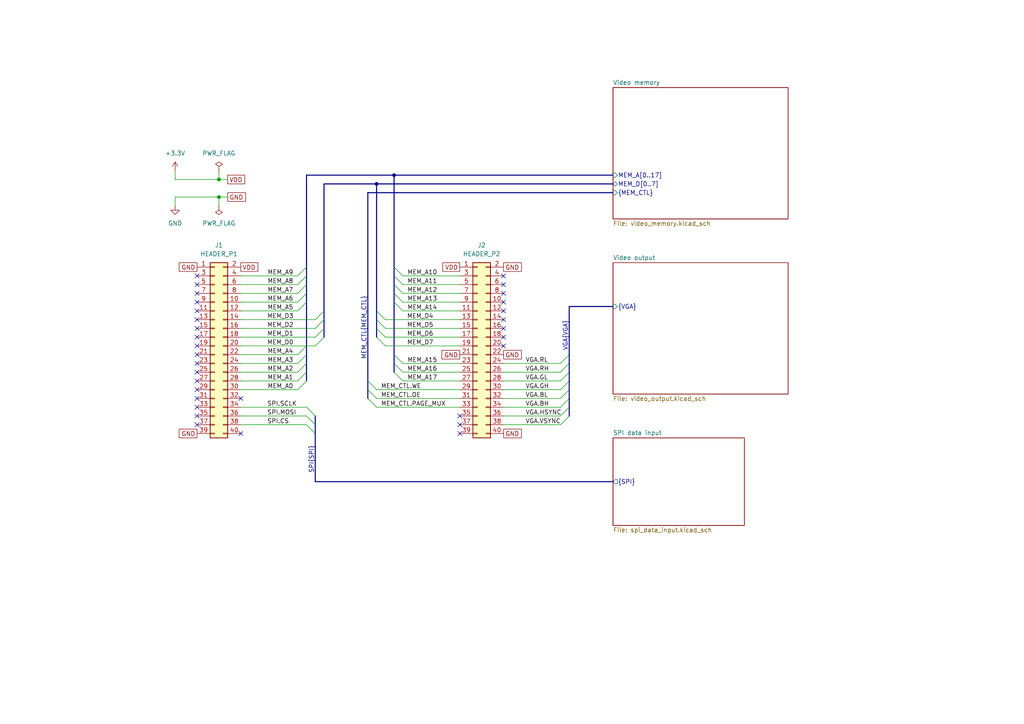
<source format=kicad_sch>
(kicad_sch (version 20231120) (generator "eeschema") (generator_version "8.0")
  (paper "A4")
  (title_block (title "VGA driver w/ SPI") (date "2024-03-23") (rev "1"))
  (lib_symbols
    (symbol "Connector_Generic:Conn_02x20_Odd_Even" (pin_names (offset 1.016) hide)
      (property "Reference" "J" (at 1.27 25.4 0))
      (property "Value" "Conn_02x20_Odd_Even" (at 1.27 -27.94 0))
      (symbol "Conn_02x20_Odd_Even_1_1"
        (rectangle (start -1.27 -25.273) (end 0 -25.527) (stroke (width 0.1524)))
        (rectangle (start -1.27 -22.733) (end 0 -22.987) (stroke (width 0.1524)))
        (rectangle (start -1.27 -20.193) (end 0 -20.447) (stroke (width 0.1524)))
        (rectangle (start -1.27 -17.653) (end 0 -17.907) (stroke (width 0.1524)))
        (rectangle (start -1.27 -15.113) (end 0 -15.367) (stroke (width 0.1524)))
        (rectangle (start -1.27 -12.573) (end 0 -12.827) (stroke (width 0.1524)))
        (rectangle (start -1.27 -10.033) (end 0 -10.287) (stroke (width 0.1524)))
        (rectangle (start -1.27 -7.493) (end 0 -7.747) (stroke (width 0.1524)))
        (rectangle (start -1.27 -4.953) (end 0 -5.207) (stroke (width 0.1524)))
        (rectangle (start -1.27 -2.413) (end 0 -2.667) (stroke (width 0.1524)))
        (rectangle (start -1.27 0.127) (end 0 -0.127) (stroke (width 0.1524)))
        (rectangle (start -1.27 2.667) (end 0 2.413) (stroke (width 0.1524)))
        (rectangle (start -1.27 5.207) (end 0 4.953) (stroke (width 0.1524)))
        (rectangle (start -1.27 7.747) (end 0 7.493) (stroke (width 0.1524)))
        (rectangle (start -1.27 10.287) (end 0 10.033) (stroke (width 0.1524)))
        (rectangle (start -1.27 12.827) (end 0 12.573) (stroke (width 0.1524)))
        (rectangle (start -1.27 15.367) (end 0 15.113) (stroke (width 0.1524)))
        (rectangle (start -1.27 17.907) (end 0 17.653) (stroke (width 0.1524)))
        (rectangle (start -1.27 20.447) (end 0 20.193) (stroke (width 0.1524)))
        (rectangle (start -1.27 22.987) (end 0 22.733) (stroke (width 0.1524)))
        (rectangle (start -1.27 24.13) (end 3.81 -26.67) (stroke (width 0.254)) (fill (type background)))
        (rectangle (start 3.81 -25.273) (end 2.54 -25.527) (stroke (width 0.1524)))
        (rectangle (start 3.81 -22.733) (end 2.54 -22.987) (stroke (width 0.1524)))
        (rectangle (start 3.81 -20.193) (end 2.54 -20.447) (stroke (width 0.1524)))
        (rectangle (start 3.81 -17.653) (end 2.54 -17.907) (stroke (width 0.1524)))
        (rectangle (start 3.81 -15.113) (end 2.54 -15.367) (stroke (width 0.1524)))
        (rectangle (start 3.81 -12.573) (end 2.54 -12.827) (stroke (width 0.1524)))
        (rectangle (start 3.81 -10.033) (end 2.54 -10.287) (stroke (width 0.1524)))
        (rectangle (start 3.81 -7.493) (end 2.54 -7.747) (stroke (width 0.1524)))
        (rectangle (start 3.81 -4.953) (end 2.54 -5.207) (stroke (width 0.1524)))
        (rectangle (start 3.81 -2.413) (end 2.54 -2.667) (stroke (width 0.1524)))
        (rectangle (start 3.81 0.127) (end 2.54 -0.127) (stroke (width 0.1524)))
        (rectangle (start 3.81 2.667) (end 2.54 2.413) (stroke (width 0.1524)))
        (rectangle (start 3.81 5.207) (end 2.54 4.953) (stroke (width 0.1524)))
        (rectangle (start 3.81 7.747) (end 2.54 7.493) (stroke (width 0.1524)))
        (rectangle (start 3.81 10.287) (end 2.54 10.033) (stroke (width 0.1524)))
        (rectangle (start 3.81 12.827) (end 2.54 12.573) (stroke (width 0.1524)))
        (rectangle (start 3.81 15.367) (end 2.54 15.113) (stroke (width 0.1524)))
        (rectangle (start 3.81 17.907) (end 2.54 17.653) (stroke (width 0.1524)))
        (rectangle (start 3.81 20.447) (end 2.54 20.193) (stroke (width 0.1524)))
        (rectangle (start 3.81 22.987) (end 2.54 22.733) (stroke (width 0.1524)))
        (pin passive line (at -5.08 22.86 0) (length 3.81) (name "Pin_1") (number "1"))
        (pin passive line (at 7.62 12.7 180) (length 3.81) (name "Pin_10") (number "10"))
        (pin passive line (at -5.08 10.16 0) (length 3.81) (name "Pin_11") (number "11"))
        (pin passive line (at 7.62 10.16 180) (length 3.81) (name "Pin_12") (number "12"))
        (pin passive line (at -5.08 7.62 0) (length 3.81) (name "Pin_13") (number "13"))
        (pin passive line (at 7.62 7.62 180) (length 3.81) (name "Pin_14") (number "14"))
        (pin passive line (at -5.08 5.08 0) (length 3.81) (name "Pin_15") (number "15"))
        (pin passive line (at 7.62 5.08 180) (length 3.81) (name "Pin_16") (number "16"))
        (pin passive line (at -5.08 2.54 0) (length 3.81) (name "Pin_17") (number "17"))
        (pin passive line (at 7.62 2.54 180) (length 3.81) (name "Pin_18") (number "18"))
        (pin passive line (at -5.08 0 0) (length 3.81) (name "Pin_19") (number "19"))
        (pin passive line (at 7.62 22.86 180) (length 3.81) (name "Pin_2") (number "2"))
        (pin passive line (at 7.62 0 180) (length 3.81) (name "Pin_20") (number "20"))
        (pin passive line (at -5.08 -2.54 0) (length 3.81) (name "Pin_21") (number "21"))
        (pin passive line (at 7.62 -2.54 180) (length 3.81) (name "Pin_22") (number "22"))
        (pin passive line (at -5.08 -5.08 0) (length 3.81) (name "Pin_23") (number "23"))
        (pin passive line (at 7.62 -5.08 180) (length 3.81) (name "Pin_24") (number "24"))
        (pin passive line (at -5.08 -7.62 0) (length 3.81) (name "Pin_25") (number "25"))
        (pin passive line (at 7.62 -7.62 180) (length 3.81) (name "Pin_26") (number "26"))
        (pin passive line (at -5.08 -10.16 0) (length 3.81) (name "Pin_27") (number "27"))
        (pin passive line (at 7.62 -10.16 180) (length 3.81) (name "Pin_28") (number "28"))
        (pin passive line (at -5.08 -12.7 0) (length 3.81) (name "Pin_29") (number "29"))
        (pin passive line (at -5.08 20.32 0) (length 3.81) (name "Pin_3") (number "3"))
        (pin passive line (at 7.62 -12.7 180) (length 3.81) (name "Pin_30") (number "30"))
        (pin passive line (at -5.08 -15.24 0) (length 3.81) (name "Pin_31") (number "31"))
        (pin passive line (at 7.62 -15.24 180) (length 3.81) (name "Pin_32") (number "32"))
        (pin passive line (at -5.08 -17.78 0) (length 3.81) (name "Pin_33") (number "33"))
        (pin passive line (at 7.62 -17.78 180) (length 3.81) (name "Pin_34") (number "34"))
        (pin passive line (at -5.08 -20.32 0) (length 3.81) (name "Pin_35") (number "35"))
        (pin passive line (at 7.62 -20.32 180) (length 3.81) (name "Pin_36") (number "36"))
        (pin passive line (at -5.08 -22.86 0) (length 3.81) (name "Pin_37") (number "37"))
        (pin passive line (at 7.62 -22.86 180) (length 3.81) (name "Pin_38") (number "38"))
        (pin passive line (at -5.08 -25.4 0) (length 3.81) (name "Pin_39") (number "39"))
        (pin passive line (at 7.62 20.32 180) (length 3.81) (name "Pin_4") (number "4"))
        (pin passive line (at 7.62 -25.4 180) (length 3.81) (name "Pin_40") (number "40"))
        (pin passive line (at -5.08 17.78 0) (length 3.81) (name "Pin_5") (number "5"))
        (pin passive line (at 7.62 17.78 180) (length 3.81) (name "Pin_6") (number "6"))
        (pin passive line (at -5.08 15.24 0) (length 3.81) (name "Pin_7") (number "7"))
        (pin passive line (at 7.62 15.24 180) (length 3.81) (name "Pin_8") (number "8"))
        (pin passive line (at -5.08 12.7 0) (length 3.81) (name "Pin_9") (number "9"))
      )
    )
    (symbol "power:+3.3V" (power) (pin_names (offset 0))
      (property "Value" "+3.3V" (at 0 3.556 0))
      (symbol "+3.3V_0_1"
        (polyline (pts (xy -0.762 1.27) (xy 0 2.54)))
        (polyline (pts (xy 0 0) (xy 0 2.54)))
        (polyline (pts (xy 0 2.54) (xy 0.762 1.27)))
      )
      (symbol "+3.3V_1_1"
        (pin power_in line (at 0 0 90) (length 0) hide (name "+3.3V") (number "1"))
      )
    )
    (symbol "power:GND" (power) (pin_names (offset 0))
      (property "Value" "GND" (at 0 -3.81 0))
      (symbol "GND_0_1"
        (polyline (pts (xy 0 0) (xy 0 -1.27) (xy 1.27 -1.27) (xy 0 -2.54) (xy -1.27 -1.27) (xy 0 -1.27)))
      )
      (symbol "GND_1_1"
        (pin power_in line (at 0 0 270) (length 0) hide (name "GND") (number "1"))
      )
    )
    (symbol "power:PWR_FLAG" (power) (pin_numbers hide) (pin_names (offset 0) hide)
      (property "Value" "PWR_FLAG" (at 0 3.81 0))
      (symbol "PWR_FLAG_0_0"
        (pin power_out line (at 0 0 90) (length 0) (name "pwr") (number "1"))
      )
      (symbol "PWR_FLAG_0_1"
        (polyline (pts (xy 0 0) (xy 0 1.27) (xy -1.016 1.905) (xy 0 2.54) (xy 1.016 1.905) (xy 0 1.27)))
      )
    )
  )
  (bus_alias "MEM_CTL" (members "PAGE_MUX" "OE" "WE"))
  (bus_alias "SPI" (members "SCLK" "MOSI" "CS"))
  (junction (at 109.22 53.34))
  (junction (at 114.3 50.8))
  (junction (at 63.5 52.07))
  (junction (at 63.5 57.15))
  (no_connect (at 57.15 100.33))
  (no_connect (at 57.15 97.79))
  (no_connect (at 57.15 87.63))
  (no_connect (at 146.05 97.79))
  (no_connect (at 57.15 110.49))
  (no_connect (at 146.05 85.09))
  (no_connect (at 57.15 118.11))
  (no_connect (at 57.15 90.17))
  (no_connect (at 146.05 100.33))
  (no_connect (at 146.05 90.17))
  (no_connect (at 57.15 95.25))
  (no_connect (at 69.85 125.73))
  (no_connect (at 133.35 120.65))
  (no_connect (at 57.15 120.65))
  (no_connect (at 57.15 115.57))
  (no_connect (at 146.05 82.55))
  (no_connect (at 57.15 102.87))
  (no_connect (at 57.15 107.95))
  (no_connect (at 146.05 87.63))
  (no_connect (at 57.15 92.71))
  (no_connect (at 57.15 123.19))
  (no_connect (at 57.15 80.01))
  (no_connect (at 57.15 85.09))
  (no_connect (at 146.05 92.71))
  (no_connect (at 57.15 105.41))
  (no_connect (at 146.05 80.01))
  (no_connect (at 57.15 113.03))
  (no_connect (at 69.85 115.57))
  (no_connect (at 133.35 123.19))
  (no_connect (at 133.35 125.73))
  (no_connect (at 57.15 82.55))
  (no_connect (at 146.05 95.25))
  (bus_entry (at 91.44 123.19) (size -2.54 -2.54))
  (bus_entry (at 114.3 105.41) (size 2.54 2.54))
  (bus_entry (at 91.44 125.73) (size -2.54 -2.54))
  (bus_entry (at 106.68 113.03) (size 2.54 2.54))
  (bus_entry (at 162.56 107.95) (size 2.54 -2.54))
  (bus_entry (at 88.9 80.01) (size -2.54 2.54))
  (bus_entry (at 111.76 100.33) (size -2.54 -2.54))
  (bus_entry (at 162.56 105.41) (size 2.54 -2.54))
  (bus_entry (at 111.76 92.71) (size -2.54 -2.54))
  (bus_entry (at 88.9 85.09) (size -2.54 2.54))
  (bus_entry (at 91.44 92.71) (size 2.54 -2.54))
  (bus_entry (at 114.3 107.95) (size 2.54 2.54))
  (bus_entry (at 162.56 118.11) (size 2.54 -2.54))
  (bus_entry (at 162.56 123.19) (size 2.54 -2.54))
  (bus_entry (at 114.3 80.01) (size 2.54 2.54))
  (bus_entry (at 114.3 85.09) (size 2.54 2.54))
  (bus_entry (at 162.56 115.57) (size 2.54 -2.54))
  (bus_entry (at 106.68 115.57) (size 2.54 2.54))
  (bus_entry (at 91.44 97.79) (size 2.54 -2.54))
  (bus_entry (at 114.3 87.63) (size 2.54 2.54))
  (bus_entry (at 114.3 82.55) (size 2.54 2.54))
  (bus_entry (at 88.9 77.47) (size -2.54 2.54))
  (bus_entry (at 91.44 95.25) (size 2.54 -2.54))
  (bus_entry (at 162.56 110.49) (size 2.54 -2.54))
  (bus_entry (at 162.56 120.65) (size 2.54 -2.54))
  (bus_entry (at 111.76 95.25) (size -2.54 -2.54))
  (bus_entry (at 88.9 107.95) (size -2.54 2.54))
  (bus_entry (at 91.44 120.65) (size -2.54 -2.54))
  (bus_entry (at 111.76 97.79) (size -2.54 -2.54))
  (bus_entry (at 88.9 87.63) (size -2.54 2.54))
  (bus_entry (at 91.44 100.33) (size 2.54 -2.54))
  (bus_entry (at 88.9 82.55) (size -2.54 2.54))
  (bus_entry (at 88.9 105.41) (size -2.54 2.54))
  (bus_entry (at 114.3 77.47) (size 2.54 2.54))
  (bus_entry (at 114.3 102.87) (size 2.54 2.54))
  (bus_entry (at 162.56 113.03) (size 2.54 -2.54))
  (bus_entry (at 88.9 110.49) (size -2.54 2.54))
  (bus_entry (at 88.9 102.87) (size -2.54 2.54))
  (bus_entry (at 88.9 100.33) (size -2.54 2.54))
  (bus_entry (at 106.68 110.49) (size 2.54 2.54))
  (wire (pts (xy 69.85 123.19) (xy 88.9 123.19)))
  (bus (pts (xy 165.1 115.57) (xy 165.1 118.11)))
  (bus (pts (xy 109.22 53.34) (xy 177.8 53.34)))
  (wire (pts (xy 116.84 90.17) (xy 133.35 90.17)))
  (bus (pts (xy 114.3 102.87) (xy 114.3 105.41)))
  (bus (pts (xy 165.1 107.95) (xy 165.1 110.49)))
  (bus (pts (xy 114.3 85.09) (xy 114.3 87.63)))
  (bus (pts (xy 106.68 113.03) (xy 106.68 110.49)))
  (bus (pts (xy 106.68 115.57) (xy 106.68 113.03)))
  (wire (pts (xy 86.36 107.95) (xy 69.85 107.95)))
  (bus (pts (xy 109.22 90.17) (xy 109.22 92.71)))
  (bus (pts (xy 88.9 85.09) (xy 88.9 87.63)))
  (wire (pts (xy 86.36 110.49) (xy 69.85 110.49)))
  (wire (pts (xy 146.05 107.95) (xy 162.56 107.95)))
  (bus (pts (xy 88.9 82.55) (xy 88.9 85.09)))
  (bus (pts (xy 109.22 92.71) (xy 109.22 95.25)))
  (bus (pts (xy 91.44 120.65) (xy 91.44 123.19)))
  (wire (pts (xy 50.8 57.15) (xy 63.5 57.15)))
  (wire (pts (xy 88.9 100.33) (xy 91.44 100.33)))
  (wire (pts (xy 69.85 95.25) (xy 91.44 95.25)))
  (wire (pts (xy 50.8 49.53) (xy 50.8 52.07)))
  (wire (pts (xy 116.84 107.95) (xy 133.35 107.95)))
  (wire (pts (xy 116.84 87.63) (xy 133.35 87.63)))
  (wire (pts (xy 146.05 110.49) (xy 162.56 110.49)))
  (bus (pts (xy 106.68 55.88) (xy 106.68 110.49)))
  (wire (pts (xy 116.84 105.41) (xy 133.35 105.41)))
  (bus (pts (xy 165.1 88.9) (xy 177.8 88.9)))
  (wire (pts (xy 86.36 80.01) (xy 69.85 80.01)))
  (bus (pts (xy 109.22 53.34) (xy 109.22 90.17)))
  (bus (pts (xy 93.98 53.34) (xy 109.22 53.34)))
  (wire (pts (xy 69.85 120.65) (xy 88.9 120.65)))
  (bus (pts (xy 88.9 102.87) (xy 88.9 105.41)))
  (wire (pts (xy 86.36 102.87) (xy 69.85 102.87)))
  (wire (pts (xy 69.85 100.33) (xy 88.9 100.33)))
  (bus (pts (xy 93.98 92.71) (xy 93.98 95.25)))
  (bus (pts (xy 165.1 118.11) (xy 165.1 120.65)))
  (wire (pts (xy 69.85 92.71) (xy 91.44 92.71)))
  (wire (pts (xy 116.84 80.01) (xy 133.35 80.01)))
  (bus (pts (xy 114.3 82.55) (xy 114.3 85.09)))
  (wire (pts (xy 146.05 120.65) (xy 162.56 120.65)))
  (bus (pts (xy 114.3 80.01) (xy 114.3 82.55)))
  (wire (pts (xy 86.36 90.17) (xy 69.85 90.17)))
  (bus (pts (xy 165.1 105.41) (xy 165.1 107.95)))
  (bus (pts (xy 93.98 95.25) (xy 93.98 97.79)))
  (wire (pts (xy 69.85 97.79) (xy 91.44 97.79)))
  (wire (pts (xy 133.35 92.71) (xy 111.76 92.71)))
  (wire (pts (xy 109.22 118.11) (xy 133.35 118.11)))
  (bus (pts (xy 165.1 88.9) (xy 165.1 102.87)))
  (wire (pts (xy 86.36 85.09) (xy 69.85 85.09)))
  (bus (pts (xy 114.3 50.8) (xy 114.3 77.47)))
  (bus (pts (xy 93.98 90.17) (xy 93.98 92.71)))
  (wire (pts (xy 50.8 52.07) (xy 63.5 52.07)))
  (wire (pts (xy 86.36 105.41) (xy 69.85 105.41)))
  (wire (pts (xy 111.76 100.33) (xy 133.35 100.33)))
  (wire (pts (xy 116.84 110.49) (xy 133.35 110.49)))
  (bus (pts (xy 88.9 100.33) (xy 88.9 102.87)))
  (bus (pts (xy 114.3 50.8) (xy 177.8 50.8)))
  (wire (pts (xy 133.35 95.25) (xy 111.76 95.25)))
  (wire (pts (xy 50.8 59.69) (xy 50.8 57.15)))
  (bus (pts (xy 114.3 77.47) (xy 114.3 80.01)))
  (wire (pts (xy 86.36 87.63) (xy 69.85 87.63)))
  (wire (pts (xy 109.22 115.57) (xy 133.35 115.57)))
  (bus (pts (xy 88.9 77.47) (xy 88.9 80.01)))
  (wire (pts (xy 146.05 118.11) (xy 162.56 118.11)))
  (bus (pts (xy 109.22 95.25) (xy 109.22 97.79)))
  (bus (pts (xy 88.9 50.8) (xy 88.9 77.47)))
  (wire (pts (xy 146.05 123.19) (xy 162.56 123.19)))
  (bus (pts (xy 165.1 113.03) (xy 165.1 115.57)))
  (wire (pts (xy 146.05 105.41) (xy 162.56 105.41)))
  (bus (pts (xy 88.9 87.63) (xy 88.9 100.33)))
  (bus (pts (xy 177.8 55.88) (xy 106.68 55.88)))
  (wire (pts (xy 146.05 115.57) (xy 162.56 115.57)))
  (bus (pts (xy 91.44 125.73) (xy 91.44 139.7)))
  (wire (pts (xy 63.5 57.15) (xy 66.04 57.15)))
  (wire (pts (xy 146.05 113.03) (xy 162.56 113.03)))
  (wire (pts (xy 116.84 85.09) (xy 133.35 85.09)))
  (bus (pts (xy 88.9 107.95) (xy 88.9 110.49)))
  (wire (pts (xy 63.5 52.07) (xy 66.04 52.07)))
  (wire (pts (xy 63.5 57.15) (xy 63.5 59.69)))
  (wire (pts (xy 116.84 82.55) (xy 133.35 82.55)))
  (wire (pts (xy 69.85 118.11) (xy 88.9 118.11)))
  (bus (pts (xy 114.3 105.41) (xy 114.3 107.95)))
  (bus (pts (xy 88.9 80.01) (xy 88.9 82.55)))
  (bus (pts (xy 91.44 139.7) (xy 177.8 139.7)))
  (wire (pts (xy 133.35 97.79) (xy 111.76 97.79)))
  (wire (pts (xy 86.36 113.03) (xy 69.85 113.03)))
  (bus (pts (xy 88.9 50.8) (xy 114.3 50.8)))
  (wire (pts (xy 63.5 52.07) (xy 63.5 49.53)))
  (bus (pts (xy 165.1 102.87) (xy 165.1 105.41)))
  (bus (pts (xy 93.98 53.34) (xy 93.98 90.17)))
  (bus (pts (xy 88.9 105.41) (xy 88.9 107.95)))
  (wire (pts (xy 109.22 113.03) (xy 133.35 113.03)))
  (bus (pts (xy 91.44 123.19) (xy 91.44 125.73)))
  (wire (pts (xy 86.36 82.55) (xy 69.85 82.55)))
  (bus (pts (xy 114.3 87.63) (xy 114.3 102.87)))
  (bus (pts (xy 165.1 110.49) (xy 165.1 113.03)))
  (label "VGA.HSYNC" (at 152.4 120.65 0))
  (label "MEM_A4" (at 85.09 102.87 180))
  (label "MEM_A3" (at 85.09 105.41 180))
  (label "VGA.VSYNC" (at 152.4 123.19 0))
  (label "MEM_A10" (at 118.11 80.01 0))
  (label "MEM_D4" (at 125.73 92.71 180))
  (label "MEM_D3" (at 77.47 92.71 0))
  (label "VGA.BL" (at 152.4 115.57 0))
  (label "MEM_A9" (at 85.09 80.01 180))
  (label "MEM_A5" (at 85.09 90.17 180))
  (label "VGA.BH" (at 152.4 118.11 0))
  (label "MEM_A15" (at 118.11 105.41 0))
  (label "MEM_D7" (at 125.73 100.33 180))
  (label "MEM_A16" (at 118.11 107.95 0))
  (label "MEM_A11" (at 118.11 82.55 0))
  (label "MEM_D2" (at 77.47 95.25 0))
  (label "SPI{SPI}" (at 91.44 137.16 90))
  (label "MEM_D1" (at 77.47 97.79 0))
  (label "MEM_A13" (at 118.11 87.63 0))
  (label "MEM_CTL.WE" (at 110.49 113.03 0))
  (label "MEM_A6" (at 85.09 87.63 180))
  (label "MEM_A1" (at 85.09 110.49 180))
  (label "MEM_D0" (at 77.47 100.33 0))
  (label "VGA.GL" (at 152.4 110.49 0))
  (label "SPI.MOSI" (at 77.47 120.65 0))
  (label "MEM_A0" (at 85.09 113.03 180))
  (label "MEM_CTL.PAGE_MUX" (at 110.49 118.11 0))
  (label "SPI.SCLK" (at 77.47 118.11 0))
  (label "MEM_CTL.OE" (at 110.49 115.57 0))
  (label "MEM_A17" (at 118.11 110.49 0))
  (label "MEM_D5" (at 125.73 95.25 180))
  (label "SPI.CS" (at 77.47 123.19 0))
  (label "MEM_A14" (at 118.11 90.17 0))
  (label "VGA.RL" (at 152.4 105.41 0))
  (label "VGA.GH" (at 152.4 113.03 0))
  (label "MEM_A8" (at 85.09 82.55 180))
  (label "VGA{VGA}" (at 165.1 101.6 90))
  (label "MEM_A12" (at 118.11 85.09 0))
  (label "MEM_A7" (at 85.09 85.09 180))
  (label "MEM_D6" (at 125.73 97.79 180))
  (label "MEM_A2" (at 85.09 107.95 180))
  (label "VGA.RH" (at 152.4 107.95 0))
  (label "MEM_CTL{MEM_CTL}" (at 106.68 104.14 90))
  (global_label "GND" (shape passive) (at 133.35 102.87 180) (property "Intersheetrefs" "${INTERSHEET_REFS}" (effects (hide yes))))
  (global_label "GND" (shape passive) (at 66.04 57.15 0) (property "Intersheetrefs" "${INTERSHEET_REFS}" (effects (hide yes))))
  (global_label "GND" (shape passive) (at 146.05 77.47 0) (property "Intersheetrefs" "${INTERSHEET_REFS}" (effects (hide yes))))
  (global_label "GND" (shape passive) (at 146.05 125.73 0) (property "Intersheetrefs" "${INTERSHEET_REFS}" (effects (hide yes))))
  (global_label "VDD" (shape passive) (at 133.35 77.47 180) (property "Intersheetrefs" "${INTERSHEET_REFS}" (effects (hide yes))))
  (global_label "VDD" (shape passive) (at 69.85 77.47 0) (property "Intersheetrefs" "${INTERSHEET_REFS}" (effects (hide yes))))
  (global_label "GND" (shape passive) (at 57.15 77.47 180) (property "Intersheetrefs" "${INTERSHEET_REFS}" (effects (hide yes))))
  (global_label "VDD" (shape passive) (at 66.04 52.07 0) (property "Intersheetrefs" "${INTERSHEET_REFS}" (effects (hide yes))))
  (global_label "GND" (shape passive) (at 146.05 102.87 0) (property "Intersheetrefs" "${INTERSHEET_REFS}" (effects (hide yes))))
  (global_label "GND" (shape passive) (at 57.15 125.73 180) (property "Intersheetrefs" "${INTERSHEET_REFS}" (effects (hide yes))))
  (symbol (lib_id "power:+3.3V") (at 50.8 49.53 0) (unit 1)
    (property "Reference" "#PWR01" (effects (hide yes)))
    (property "Value" "+3.3V" (at 50.8 44.45 0))
  )
  (symbol (lib_id "power:PWR_FLAG") (at 63.5 49.53 0) (unit 1)
    (property "Reference" "#FLG01" (effects (hide yes)))
    (property "Value" "PWR_FLAG" (at 63.5 44.45 0))
  )
  (symbol (lib_id "Connector_Generic:Conn_02x20_Odd_Even") (at 62.23 100.33 0) (unit 1)
    (property "Reference" "J1" (at 63.5 71.12 0))
    (property "Value" "HEADER_P1" (at 63.5 73.66 0))
    (property "Footprint" "Connector_PinHeader_2.54mm:PinHeader_2x20_P2.54mm_Vertical" (effects (hide yes)))
  )
  (symbol (lib_id "power:PWR_FLAG") (at 63.5 59.69 180) (unit 1)
    (property "Reference" "#FLG02" (effects (hide yes)))
    (property "Value" "PWR_FLAG" (at 63.5 64.77 0))
  )
  (symbol (lib_id "power:GND") (at 50.8 59.69 0) (unit 1)
    (property "Reference" "#PWR02" (effects (hide yes)))
    (property "Value" "GND" (at 50.8 64.77 0))
  )
  (symbol (lib_id "Connector_Generic:Conn_02x20_Odd_Even") (at 138.43 100.33 0) (unit 1)
    (property "Reference" "J2" (at 139.7 71.12 0))
    (property "Value" "HEADER_P2" (at 139.7 73.66 0))
    (property "Footprint" "Connector_PinHeader_2.54mm:PinHeader_2x20_P2.54mm_Vertical" (effects (hide yes)))
  )
  (sheet (at 177.8 76.2) (size 50.8 38.1) (stroke (width 0.1524))
    (property "Sheetname" "Video output" (at 177.8 75.4884 0) (effects (justify left bottom)))
    (property "Sheetfile" "video_output.kicad_sch" (at 177.8 114.8846 0) (effects (justify left top)))
    (pin "{VGA}" input (at 177.8 88.9 180))
  )
  (sheet (at 177.8 127) (size 38.1 25.4) (stroke (width 0.1524))
    (property "Sheetname" "SPI data input" (at 177.8 126.2884 0) (effects (justify left bottom)))
    (property "Sheetfile" "spi_data_input.kicad_sch" (at 177.8 152.9846 0) (effects (justify left top)))
    (pin "{SPI}" output (at 177.8 139.7 180))
  )
  (sheet (at 177.8 25.4) (size 50.8 38.1) (stroke (width 0.1524))
    (property "Sheetname" "Video memory" (at 177.8 24.6884 0) (effects (justify left bottom)))
    (property "Sheetfile" "video_memory.kicad_sch" (at 177.8 64.0846 0) (effects (justify left top)))
    (pin "MEM_D[0..7]" bidirectional (at 177.8 53.34 180))
    (pin "{MEM_CTL}" input (at 177.8 55.88 180))
    (pin "MEM_A[0..17]" input (at 177.8 50.8 180))
  )
)
</source>
